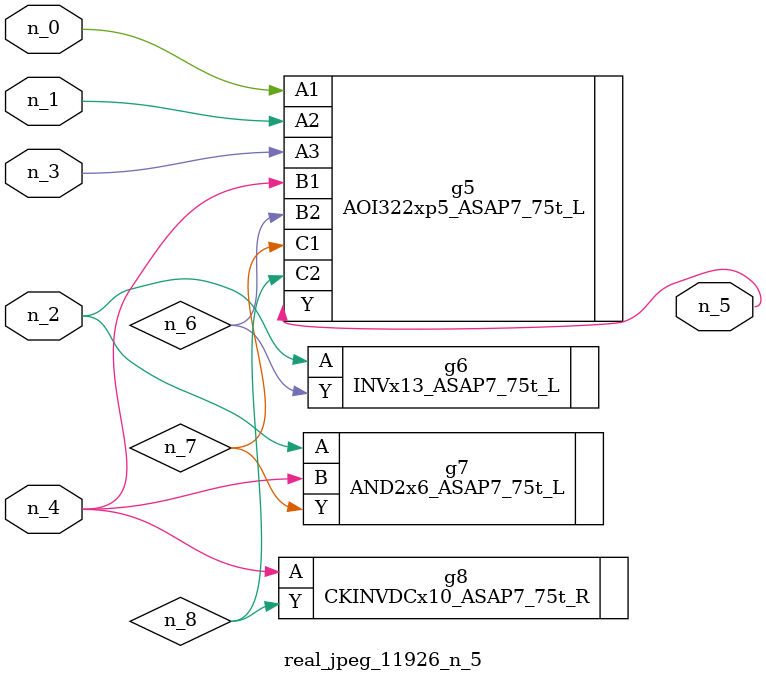
<source format=v>
module real_jpeg_11926_n_5 (n_4, n_0, n_1, n_2, n_3, n_5);

input n_4;
input n_0;
input n_1;
input n_2;
input n_3;

output n_5;

wire n_8;
wire n_6;
wire n_7;

AOI322xp5_ASAP7_75t_L g5 ( 
.A1(n_0),
.A2(n_1),
.A3(n_3),
.B1(n_4),
.B2(n_6),
.C1(n_7),
.C2(n_8),
.Y(n_5)
);

INVx13_ASAP7_75t_L g6 ( 
.A(n_2),
.Y(n_6)
);

AND2x6_ASAP7_75t_L g7 ( 
.A(n_2),
.B(n_4),
.Y(n_7)
);

CKINVDCx10_ASAP7_75t_R g8 ( 
.A(n_4),
.Y(n_8)
);


endmodule
</source>
